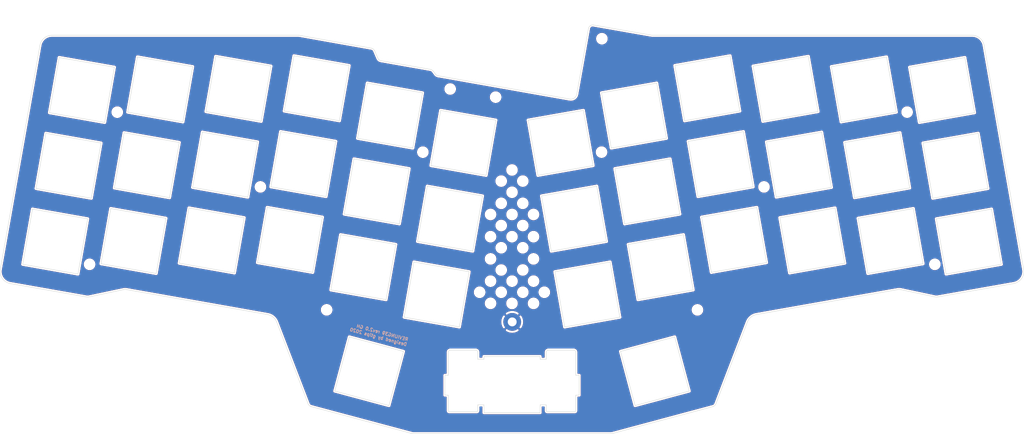
<source format=kicad_pcb>
(kicad_pcb (version 20171130) (host pcbnew "(5.1.6-0-10_14)")
  (title_block (title "REVIUNG39 TOP PLATE") (date 2020-07-14) (rev 2.0))
  (layers (0 F.Cu signal) (31 B.Cu signal) (34 B.Paste user) (35 F.Paste user) (36 B.SilkS user) (37 F.SilkS user) (38 B.Mask user) (39 F.Mask user) (44 Edge.Cuts user))
  (net 0 "")
  (net 1 GND)
  (module _reviung-kbd:HOLE_2.2mm (layer F.Cu) (at 144.75 81.26)
    (fp_text reference Ref**)
    (fp_text value Val**)
    (pad "" np_thru_hole circle (at 0 0) (size 2.2 2.2) (drill 2.2) (layers *.Cu *.Mask))
  )
  (module _reviung-kbd:HOLE_2.2mm (layer F.Cu) (at 142.08 84.01)
    (fp_text reference Ref**)
    (fp_text value Val**)
    (pad "" np_thru_hole circle (at 0 0) (size 2.2 2.2) (drill 2.2) (layers *.Cu *.Mask))
  )
  (module _reviung-kbd:HOLE_2.2mm (layer F.Cu) (at 147.42 84.01)
    (fp_text reference Ref**)
    (fp_text value Val**)
    (pad "" np_thru_hole circle (at 0 0) (size 2.2 2.2) (drill 2.2) (layers *.Cu *.Mask))
  )
  (module _reviung-kbd:HOLE_2.2mm (layer F.Cu) (at 139.44 114.27)
    (fp_text reference Ref**)
    (fp_text value Val**)
    (pad "" np_thru_hole circle (at 0 0) (size 2.2 2.2) (drill 2.2) (layers *.Cu *.Mask))
  )
  (module _reviung-kbd:HOLE_2.2mm (layer F.Cu) (at 144.75 114.28)
    (fp_text reference Ref**)
    (fp_text value Val**)
    (pad "" np_thru_hole circle (at 0 0) (size 2.2 2.2) (drill 2.2) (layers *.Cu *.Mask))
  )
  (module _reviung-kbd:HOLE_2.2mm (layer F.Cu) (at 150.08 114.28)
    (fp_text reference Ref**)
    (fp_text value Val**)
    (pad "" np_thru_hole circle (at 0 0) (size 2.2 2.2) (drill 2.2) (layers *.Cu *.Mask))
  )
  (module _reviung-kbd:HOLE_2.2mm (layer F.Cu) (at 152.75 111.52)
    (fp_text reference Ref**)
    (fp_text value Val**)
    (pad "" np_thru_hole circle (at 0 0) (size 2.2 2.2) (drill 2.2) (layers *.Cu *.Mask))
  )
  (module _reviung-kbd:HOLE_2.2mm (layer F.Cu) (at 147.43 111.52)
    (fp_text reference Ref**)
    (fp_text value Val**)
    (pad "" np_thru_hole circle (at 0 0) (size 2.2 2.2) (drill 2.2) (layers *.Cu *.Mask))
  )
  (module _reviung-kbd:HOLE_2.2mm (layer F.Cu) (at 142.08 111.52)
    (fp_text reference Ref**)
    (fp_text value Val**)
    (pad "" np_thru_hole circle (at 0 0) (size 2.2 2.2) (drill 2.2) (layers *.Cu *.Mask))
  )
  (module _reviung-kbd:HOLE_2.2mm (layer F.Cu) (at 136.74 111.52)
    (fp_text reference Ref**)
    (fp_text value Val**)
    (pad "" np_thru_hole circle (at 0 0) (size 2.2 2.2) (drill 2.2) (layers *.Cu *.Mask))
  )
  (module _reviung-kbd:HOLE_2.2mm (layer F.Cu) (at 150.08 108.77)
    (fp_text reference Ref**)
    (fp_text value Val**)
    (pad "" np_thru_hole circle (at 0 0) (size 2.2 2.2) (drill 2.2) (layers *.Cu *.Mask))
  )
  (module _reviung-kbd:HOLE_2.2mm (layer F.Cu) (at 144.76 108.77)
    (fp_text reference Ref**)
    (fp_text value Val**)
    (pad "" np_thru_hole circle (at 0 0) (size 2.2 2.2) (drill 2.2) (layers *.Cu *.Mask))
  )
  (module _reviung-kbd:HOLE_2.2mm (layer F.Cu) (at 139.44 108.77)
    (fp_text reference Ref**)
    (fp_text value Val**)
    (pad "" np_thru_hole circle (at 0 0) (size 2.2 2.2) (drill 2.2) (layers *.Cu *.Mask))
  )
  (module _reviung-kbd:HOLE_2.2mm (layer F.Cu) (at 147.42 106.01)
    (fp_text reference Ref**)
    (fp_text value Val**)
    (pad "" np_thru_hole circle (at 0 0) (size 2.2 2.2) (drill 2.2) (layers *.Cu *.Mask))
  )
  (module _reviung-kbd:HOLE_2.2mm (layer F.Cu) (at 142.08 106.02)
    (fp_text reference Ref**)
    (fp_text value Val**)
    (pad "" np_thru_hole circle (at 0 0) (size 2.2 2.2) (drill 2.2) (layers *.Cu *.Mask))
  )
  (module _reviung-kbd:HOLE_2.2mm (layer F.Cu) (at 150.07 103.27)
    (fp_text reference Ref**)
    (fp_text value Val**)
    (pad "" np_thru_hole circle (at 0 0) (size 2.2 2.2) (drill 2.2) (layers *.Cu *.Mask))
  )
  (module _reviung-kbd:HOLE_2.2mm (layer F.Cu) (at 139.44 103.27)
    (fp_text reference Ref**)
    (fp_text value Val**)
    (pad "" np_thru_hole circle (at 0 0) (size 2.2 2.2) (drill 2.2) (layers *.Cu *.Mask))
  )
  (module _reviung-kbd:HOLE_2.2mm (layer F.Cu) (at 147.42 100.51)
    (fp_text reference Ref**)
    (fp_text value Val**)
    (pad "" np_thru_hole circle (at 0 0) (size 2.2 2.2) (drill 2.2) (layers *.Cu *.Mask))
  )
  (module _reviung-kbd:HOLE_2.2mm (layer F.Cu) (at 142.09 100.51)
    (fp_text reference Ref**)
    (fp_text value Val**)
    (pad "" np_thru_hole circle (at 0 0) (size 2.2 2.2) (drill 2.2) (layers *.Cu *.Mask))
  )
  (module _reviung-kbd:HOLE_2.2mm (layer F.Cu) (at 150.07 97.77)
    (fp_text reference Ref**)
    (fp_text value Val**)
    (pad "" np_thru_hole circle (at 0 0) (size 2.2 2.2) (drill 2.2) (layers *.Cu *.Mask))
  )
  (module _reviung-kbd:HOLE_2.2mm (layer F.Cu) (at 144.75 97.77)
    (fp_text reference Ref**)
    (fp_text value Val**)
    (pad "" np_thru_hole circle (at 0 0) (size 2.2 2.2) (drill 2.2) (layers *.Cu *.Mask))
  )
  (module _reviung-kbd:HOLE_2.2mm (layer F.Cu) (at 139.44 97.77)
    (fp_text reference Ref**)
    (fp_text value Val**)
    (pad "" np_thru_hole circle (at 0 0) (size 2.2 2.2) (drill 2.2) (layers *.Cu *.Mask))
  )
  (module _reviung-kbd:HOLE_2.2mm (layer F.Cu) (at 147.42 95.01)
    (fp_text reference Ref**)
    (fp_text value Val**)
    (pad "" np_thru_hole circle (at 0 0) (size 2.2 2.2) (drill 2.2) (layers *.Cu *.Mask))
  )
  (module _reviung-kbd:HOLE_2.2mm (layer F.Cu) (at 142.08 95.01)
    (fp_text reference Ref**)
    (fp_text value Val**)
    (pad "" np_thru_hole circle (at 0 0) (size 2.2 2.2) (drill 2.2) (layers *.Cu *.Mask))
  )
  (module _reviung-kbd:HOLE_2.2mm (layer F.Cu) (at 150.07 92.27)
    (fp_text reference Ref**)
    (fp_text value Val**)
    (pad "" np_thru_hole circle (at 0 0) (size 2.2 2.2) (drill 2.2) (layers *.Cu *.Mask))
  )
  (module _reviung-kbd:HOLE_2.2mm (layer F.Cu) (at 144.76 92.27)
    (fp_text reference Ref**)
    (fp_text value Val**)
    (pad "" np_thru_hole circle (at 0 0) (size 2.2 2.2) (drill 2.2) (layers *.Cu *.Mask))
  )
  (module _reviung-kbd:HOLE_2.2mm (layer F.Cu) (at 139.44 92.27)
    (fp_text reference Ref**)
    (fp_text value Val**)
    (pad "" np_thru_hole circle (at 0 0) (size 2.2 2.2) (drill 2.2) (layers *.Cu *.Mask))
  )
  (module _reviung-kbd:HOLE_2.2mm (layer F.Cu) (at 147.42 89.51)
    (fp_text reference Ref**)
    (fp_text value Val**)
    (pad "" np_thru_hole circle (at 0 0) (size 2.2 2.2) (drill 2.2) (layers *.Cu *.Mask))
  )
  (module _reviung-kbd:HOLE_2.2mm (layer F.Cu) (at 142.08 89.51)
    (fp_text reference Ref**)
    (fp_text value Val**)
    (pad "" np_thru_hole circle (at 0 0) (size 2.2 2.2) (drill 2.2) (layers *.Cu *.Mask))
  )
  (module _reviung-kbd:HOLE_2.2mm (layer F.Cu) (at 144.76 86.77)
    (fp_text reference Ref**)
    (fp_text value Val**)
    (pad "" np_thru_hole circle (at 0 0) (size 2.2 2.2) (drill 2.2) (layers *.Cu *.Mask))
  )
  (module _reviung-kbd:HOLE_2.2mm (layer F.Cu) (at 167 48.77)
    (fp_text reference H14 hide)
    (fp_text value H14 hide)
    (pad "" np_thru_hole circle (at 0 0) (size 2.2 2.2) (drill 2.2) (layers *.Cu *.Mask))
  )
  (module _reviung-kbd:HOLE_2.2mm (layer F.Cu) (at 140.7 63.23)
    (fp_text reference H13 hide)
    (fp_text value H13 hide)
    (pad "" np_thru_hole circle (at 0 0) (size 2.2 2.2) (drill 2.2) (layers *.Cu *.Mask))
  )
  (module _reviung-kbd:HOLE_2.2mm (layer F.Cu) (at 129.45 61.22)
    (fp_text reference H12 hide)
    (fp_text value H12 hide)
    (pad "" np_thru_hole circle (at 0 0) (size 2.2 2.2) (drill 2.2) (layers *.Cu *.Mask))
  )
  (module MountingHole:MountingHole_2.2mm_M2 (layer F.Cu) (at 249.4 104.61)
    (fp_text reference H10 hide)
    (fp_text value MountingHole_2.2mm_M2 hide)
    (pad 1 np_thru_hole circle (at 0 0) (size 2.2 2.2) (drill 2.2) (layers *.Cu *.Mask))
  )
  (module MountingHole:MountingHole_2.2mm_M2 (layer F.Cu) (at 242.54 66.94)
    (fp_text reference H9 hide)
    (fp_text value MountingHole_2.2mm_M2 hide)
    (pad 1 np_thru_hole circle (at 0 0) (size 2.2 2.2) (drill 2.2) (layers *.Cu *.Mask))
  )
  (module MountingHole:MountingHole_2.2mm_M2 (layer F.Cu) (at 207.12 85.45)
    (fp_text reference H8 hide)
    (fp_text value MountingHole_2.2mm_M2 hide)
    (pad 1 np_thru_hole circle (at 0 0) (size 2.2 2.2) (drill 2.2) (layers *.Cu *.Mask))
  )
  (module MountingHole:MountingHole_2.2mm_M2 (layer F.Cu) (at 190.65 115.89)
    (fp_text reference H7 hide)
    (fp_text value MountingHole_2.2mm_M2 hide)
    (pad 1 np_thru_hole circle (at 0 0) (size 2.2 2.2) (drill 2.2) (layers *.Cu *.Mask))
  )
  (module MountingHole:MountingHole_2.2mm_M2 (layer F.Cu) (at 166.91 76.84)
    (fp_text reference H6 hide)
    (fp_text value MountingHole_2.2mm_M2 hide)
    (pad 1 np_thru_hole circle (at 0 0) (size 2.2 2.2) (drill 2.2) (layers *.Cu *.Mask))
  )
  (module MountingHole:MountingHole_2.2mm_M2 (layer F.Cu) (at 98.88 115.88)
    (fp_text reference H5 hide)
    (fp_text value MountingHole_2.2mm_M2 hide)
    (pad 1 np_thru_hole circle (at 0 0) (size 2.2 2.2) (drill 2.2) (layers *.Cu *.Mask))
  )
  (module MountingHole:MountingHole_2.2mm_M2 (layer F.Cu) (at 122.69 76.85)
    (fp_text reference H4 hide)
    (fp_text value MountingHole_2.2mm_M2 hide)
    (pad 1 np_thru_hole circle (at 0 0) (size 2.2 2.2) (drill 2.2) (layers *.Cu *.Mask))
  )
  (module MountingHole:MountingHole_2.2mm_M2 (layer F.Cu) (at 82.48 85.45)
    (fp_text reference H3 hide)
    (fp_text value MountingHole_2.2mm_M2 hide)
    (pad 1 np_thru_hole circle (at 0 0) (size 2.2 2.2) (drill 2.2) (layers *.Cu *.Mask))
  )
  (module MountingHole:MountingHole_2.2mm_M2 (layer F.Cu) (at 40.2 104.61)
    (fp_text reference H2 hide)
    (fp_text value MountingHole_2.2mm_M2 hide)
    (pad 1 np_thru_hole circle (at 0 0) (size 2.2 2.2) (drill 2.2) (layers *.Cu *.Mask))
  )
  (module MountingHole:MountingHole_2.2mm_M2 (layer F.Cu) (at 47.05 66.95)
    (fp_text reference H11 hide)
    (fp_text value MountingHole_2.2mm_M2 hide)
    (pad 1 np_thru_hole circle (at 0 0) (size 2.2 2.2) (drill 2.2) (layers *.Cu *.Mask))
  )
  (module MountingHole:MountingHole_2.2mm_M2_Pad (layer F.Cu) (at 144.8 118.86)
    (fp_text reference H1 hide)
    (fp_text value MountingHole_Pad hide)
    (pad 1 thru_hole circle (at 0 0) (size 4.4 4.4) (drill 2.2) (layers *.Cu *.Mask) (net 1 GND))
  )
  (gr_curve (pts (xy 160.541699 126.338736) (xy 160.541699 126.338736) (xy 160.541699 132.094113) (xy 160.541699 132.094113)) (layer Edge.Cuts) (width 0.1))
  (gr_curve (pts (xy 160.041686 125.838724) (xy 160.317832 125.838724) (xy 160.541699 126.06259) (xy 160.541699 126.338736)) (layer Edge.Cuts) (width 0.1))
  (gr_curve (pts (xy 153.726309 125.838724) (xy 153.726309 125.838724) (xy 160.041686 125.838724) (xy 160.041686 125.838724)) (layer Edge.Cuts) (width 0.1))
  (gr_curve (pts (xy 153.226318 126.338736) (xy 153.226318 126.06259) (xy 153.450185 125.838724) (xy 153.726309 125.838724)) (layer Edge.Cuts) (width 0.1))
  (gr_curve (pts (xy 153.226318 128.123597) (xy 153.226318 128.123597) (xy 153.226318 126.338736) (xy 153.226318 126.338736)) (layer Edge.Cuts) (width 0.1))
  (gr_curve (pts (xy 151.712931 128.123597) (xy 151.712931 128.123597) (xy 153.226318 128.123597) (xy 153.226318 128.123597)) (layer Edge.Cuts) (width 0.1))
  (gr_curve (pts (xy 151.712931 127.425492) (xy 151.712931 127.425492) (xy 151.712931 128.123597) (xy 151.712931 128.123597)) (layer Edge.Cuts) (width 0.1))
  (gr_curve (pts (xy 137.803487 127.425492) (xy 137.803487 127.425492) (xy 151.712931 127.425492) (xy 151.712931 127.425492)) (layer Edge.Cuts) (width 0.1))
  (gr_curve (pts (xy 137.803487 128.123597) (xy 137.803487 128.123597) (xy 137.803487 127.425492) (xy 137.803487 127.425492)) (layer Edge.Cuts) (width 0.1))
  (gr_curve (pts (xy 136.290121 128.123597) (xy 136.290121 128.123597) (xy 137.803487 128.123597) (xy 137.803487 128.123597)) (layer Edge.Cuts) (width 0.1))
  (gr_curve (pts (xy 136.290121 126.338736) (xy 136.290121 126.338736) (xy 136.290121 128.123597) (xy 136.290121 128.123597)) (layer Edge.Cuts) (width 0.1))
  (gr_curve (pts (xy 135.79013 125.838724) (xy 136.066254 125.838724) (xy 136.290121 126.06259) (xy 136.290121 126.338736)) (layer Edge.Cuts) (width 0.1))
  (gr_curve (pts (xy 164.861409 45.388885) (xy 164.318723 45.293847) (xy 163.801398 45.655659) (xy 163.704498 46.198016)) (layer Edge.Cuts) (width 0.1))
  (gr_curve (pts (xy 179.373153 47.930242) (xy 179.373153 47.930242) (xy 164.861409 45.388885) (xy 164.861409 45.388885)) (layer Edge.Cuts) (width 0.1))
  (gr_curve (pts (xy 125.813177 57.565815) (xy 125.813177 57.565815) (xy 125.240988 56.786832) (xy 125.240988 56.786832)) (layer Edge.Cuts) (width 0.1))
  (gr_curve (pts (xy 126.444976 57.958543) (xy 126.191708 57.913753) (xy 125.965436 57.773102) (xy 125.813177 57.565815)) (layer Edge.Cuts) (width 0.1))
  (gr_curve (pts (xy 159.051998 63.72499) (xy 159.051998 63.72499) (xy 126.444976 57.958543) (xy 126.444976 57.958543)) (layer Edge.Cuts) (width 0.1))
  (gr_curve (pts (xy 161.377048 136.984189) (xy 161.377048 136.984189) (xy 160.541699 136.984189) (xy 160.541699 136.984189)) (layer Edge.Cuts) (width 0.1))
  (gr_line (start 131.740248 120.122621) (end 118.05142 117.708901) (layer Edge.Cuts) (width 0.1))
  (gr_line (start 134.153968 106.433793) (end 131.740248 120.122621) (layer Edge.Cuts) (width 0.1))
  (gr_line (start 120.46514 104.020073) (end 134.153968 106.433793) (layer Edge.Cuts) (width 0.1))
  (gr_line (start 118.05142 117.708901) (end 120.46514 104.020073) (layer Edge.Cuts) (width 0.1))
  (gr_line (start 119.309138 80.918382) (end 116.895439 94.607211) (layer Edge.Cuts) (width 0.1))
  (gr_line (start 48.73078 72.027495) (end 62.419609 74.441215) (layer Edge.Cuts) (width 0.1))
  (gr_line (start 46.31706 85.716323) (end 48.73078 72.027495) (layer Edge.Cuts) (width 0.1))
  (gr_line (start 59.111606 93.201805) (end 56.697908 106.890634) (layer Edge.Cuts) (width 0.1))
  (gr_line (start 45.422778 90.788085) (end 59.111606 93.201805) (layer Edge.Cuts) (width 0.1))
  (gr_line (start 205.34678 90.511423) (end 207.760479 104.200251) (layer Edge.Cuts) (width 0.1))
  (gr_line (start 191.657952 92.925143) (end 205.34678 90.511423) (layer Edge.Cuts) (width 0.1))
  (gr_line (start 194.07165 106.613971) (end 191.657952 92.925143) (layer Edge.Cuts) (width 0.1))
  (gr_line (start 188.62566 135.985856) (end 175.199305 139.58344) (layer Edge.Cuts) (width 0.1))
  (gr_line (start 226.191998 69.36941) (end 223.778299 55.680581) (layer Edge.Cuts) (width 0.1))
  (gr_line (start 239.880826 66.955711) (end 226.191998 69.36941) (layer Edge.Cuts) (width 0.1))
  (gr_line (start 237.467128 53.266883) (end 239.880826 66.955711) (layer Edge.Cuts) (width 0.1))
  (gr_line (start 243.146648 55.819419) (end 256.835476 53.40572) (layer Edge.Cuts) (width 0.1))
  (gr_line (start 245.560368 69.508247) (end 243.146648 55.819419) (layer Edge.Cuts) (width 0.1))
  (gr_line (start 259.249196 67.094549) (end 245.560368 69.508247) (layer Edge.Cuts) (width 0.1))
  (gr_line (start 256.835476 53.40572) (end 259.249196 67.094549) (layer Edge.Cuts) (width 0.1))
  (gr_line (start 260.143479 72.166311) (end 262.557177 85.855139) (layer Edge.Cuts) (width 0.1))
  (gr_line (start 246.45465 74.580009) (end 260.143479 72.166311) (layer Edge.Cuts) (width 0.1))
  (gr_line (start 248.868348 88.268838) (end 246.45465 74.580009) (layer Edge.Cuts) (width 0.1))
  (gr_line (start 262.557177 85.855139) (end 248.868348 88.268838) (layer Edge.Cuts) (width 0.1))
  (gr_curve (pts (xy 268.934261 109.353452) (xy 270.56618 109.06596) (xy 271.655952 107.50984) (xy 271.36819 105.877969)) (layer Edge.Cuts) (width 0.1))
  (gr_curve (pts (xy 30.883384 47.930119) (xy 29.428065 47.930116) (xy 28.182642 48.974619) (xy 27.929215 50.407703)) (layer Edge.Cuts) (width 0.1))
  (gr_curve (pts (xy 91.99311 47.930242) (xy 91.99311 47.930242) (xy 30.883384 47.930119) (xy 30.883384 47.930119)) (layer Edge.Cuts) (width 0.1))
  (gr_curve (pts (xy 109.979888 51.133537) (xy 109.979888 51.133537) (xy 91.99311 47.930242) (xy 91.99311 47.930242)) (layer Edge.Cuts) (width 0.1))
  (gr_line (start 207.717932 74.302335) (end 221.40676 71.888636) (layer Edge.Cuts) (width 0.1))
  (gr_line (start 210.13163 87.991163) (end 207.717932 74.302335) (layer Edge.Cuts) (width 0.1))
  (gr_line (start 223.820459 85.577465) (end 210.13163 87.991163) (layer Edge.Cuts) (width 0.1))
  (gr_line (start 223.778299 55.680581) (end 237.467128 53.266883) (layer Edge.Cuts) (width 0.1))
  (gr_curve (pts (xy 129.465172 125.838724) (xy 129.465172 125.838724) (xy 135.79013 125.838724) (xy 135.79013 125.838724)) (layer Edge.Cuts) (width 0.1))
  (gr_curve (pts (xy 128.965181 126.338736) (xy 128.965181 126.06259) (xy 129.189026 125.838724) (xy 129.465172 125.838724)) (layer Edge.Cuts) (width 0.1))
  (gr_curve (pts (xy 128.965181 132.094113) (xy 128.965181 132.094113) (xy 128.965181 126.338736) (xy 128.965181 126.338736)) (layer Edge.Cuts) (width 0.1))
  (gr_curve (pts (xy 240.96582 110.865117) (xy 240.96582 110.865117) (xy 249.382935 112.650346) (xy 249.382935 112.650346)) (layer Edge.Cuts) (width 0.1))
  (gr_curve (pts (xy 240.199443 110.852712) (xy 240.453313 110.807399) (xy 240.71355 110.811612) (xy 240.96582 110.865117)) (layer Edge.Cuts) (width 0.1))
  (gr_curve (pts (xy 205.259785 117.027) (xy 205.259785 117.027) (xy 240.199443 110.852712) (xy 240.199443 110.852712)) (layer Edge.Cuts) (width 0.1))
  (gr_curve (pts (xy 202.981466 118.905155) (xy 203.358932 117.92284) (xy 204.223499 117.210125) (xy 205.259785 117.027)) (layer Edge.Cuts) (width 0.1))
  (gr_curve (pts (xy 125.240988 56.786832) (xy 125.08867 56.579465) (xy 124.862284 56.438789) (xy 124.608905 56.394055)) (layer Edge.Cuts) (width 0.1))
  (gr_line (start 43.009079 104.476914) (end 45.422778 90.788085) (layer Edge.Cuts) (width 0.1))
  (gr_line (start 56.697908 106.890634) (end 43.009079 104.476914) (layer Edge.Cuts) (width 0.1))
  (gr_line (start 37.329538 107.02945) (end 23.640709 104.615751) (layer Edge.Cuts) (width 0.1))
  (gr_line (start 39.743258 93.340621) (end 37.329538 107.02945) (layer Edge.Cuts) (width 0.1))
  (gr_line (start 26.054429 90.926923) (end 39.743258 93.340621) (layer Edge.Cuts) (width 0.1))
  (gr_curve (pts (xy 128.12981 132.094113) (xy 128.12981 132.094113) (xy 128.965181 132.094113) (xy 128.965181 132.094113)) (layer Edge.Cuts) (width 0.1))
  (gr_curve (pts (xy 128.12981 136.984189) (xy 128.12981 136.984189) (xy 128.12981 132.094113) (xy 128.12981 132.094113)) (layer Edge.Cuts) (width 0.1))
  (gr_curve (pts (xy 128.965181 136.984189) (xy 128.965181 136.984189) (xy 128.12981 136.984189) (xy 128.12981 136.984189)) (layer Edge.Cuts) (width 0.1))
  (gr_curve (pts (xy 128.965181 140.853569) (xy 128.965181 140.853569) (xy 128.965181 136.984189) (xy 128.965181 136.984189)) (layer Edge.Cuts) (width 0.1))
  (gr_curve (pts (xy 18.120108 105.876344) (xy 17.831423 107.508808) (xy 18.921529 109.065964) (xy 20.554224 109.353341)) (layer Edge.Cuts) (width 0.1))
  (gr_curve (pts (xy 27.929215 50.407703) (xy 27.929215 50.407703) (xy 18.120108 105.876344) (xy 18.120108 105.876344)) (layer Edge.Cuts) (width 0.1))
  (gr_line (start 124.667424 80.187742) (end 127.081122 66.498913) (layer Edge.Cuts) (width 0.1))
  (gr_line (start 138.356253 82.60144) (end 124.667424 80.187742) (layer Edge.Cuts) (width 0.1))
  (gr_line (start 140.769951 68.912612) (end 138.356253 82.60144) (layer Edge.Cuts) (width 0.1))
  (gr_line (start 127.081122 66.498913) (end 140.769951 68.912612) (layer Edge.Cuts) (width 0.1))
  (gr_line (start 148.735938 68.912547) (end 162.424766 66.498849) (layer Edge.Cuts) (width 0.1))
  (gr_line (start 151.149658 82.601376) (end 148.735938 68.912547) (layer Edge.Cuts) (width 0.1))
  (gr_line (start 68.099128 71.888679) (end 81.787957 74.302378) (layer Edge.Cuts) (width 0.1))
  (gr_line (start 65.68543 85.577508) (end 68.099128 71.888679) (layer Edge.Cuts) (width 0.1))
  (gr_line (start 79.374258 87.991206) (end 65.68543 85.577508) (layer Edge.Cuts) (width 0.1))
  (gr_line (start 81.787957 74.302378) (end 79.374258 87.991206) (layer Edge.Cuts) (width 0.1))
  (gr_curve (pts (xy 258.632473 47.930242) (xy 258.632473 47.930242) (xy 179.373153 47.930242) (xy 179.373153 47.930242)) (layer Edge.Cuts) (width 0.1))
  (gr_line (start 32.670412 53.405742) (end 46.359241 55.819462) (layer Edge.Cuts) (width 0.1))
  (gr_line (start 49.625062 66.955755) (end 52.038782 53.266926) (layer Edge.Cuts) (width 0.1))
  (gr_line (start 63.313891 69.369453) (end 49.625062 66.955755) (layer Edge.Cuts) (width 0.1))
  (gr_line (start 65.727611 55.680624) (end 63.313891 69.369453) (layer Edge.Cuts) (width 0.1))
  (gr_line (start 52.038782 53.266926) (end 65.727611 55.680624) (layer Edge.Cuts) (width 0.1))
  (gr_line (start 180.577599 59.744028) (end 182.991297 73.432857) (layer Edge.Cuts) (width 0.1))
  (gr_line (start 166.88877 62.157749) (end 180.577599 59.744028) (layer Edge.Cuts) (width 0.1))
  (gr_line (start 169.302469 75.846577) (end 166.88877 62.157749) (layer Edge.Cuts) (width 0.1))
  (gr_line (start 29.362432 72.166332) (end 43.05126 74.580052) (layer Edge.Cuts) (width 0.1))
  (gr_line (start 30.256714 67.09457) (end 32.670412 53.405742) (layer Edge.Cuts) (width 0.1))
  (gr_line (start 43.945542 69.50829) (end 30.256714 67.09457) (layer Edge.Cuts) (width 0.1))
  (gr_line (start 46.359241 55.819462) (end 43.945542 69.50829) (layer Edge.Cuts) (width 0.1))
  (gr_line (start 68.993432 66.816917) (end 71.407131 53.128089) (layer Edge.Cuts) (width 0.1))
  (gr_line (start 82.682261 69.230616) (end 68.993432 66.816917) (layer Edge.Cuts) (width 0.1))
  (gr_line (start 85.095959 55.541787) (end 82.682261 69.230616) (layer Edge.Cuts) (width 0.1))
  (gr_line (start 71.407131 53.128089) (end 85.095959 55.541787) (layer Edge.Cuts) (width 0.1))
  (gr_line (start 87.465108 71.748765) (end 101.153937 74.162464) (layer Edge.Cuts) (width 0.1))
  (gr_line (start 85.051388 85.437594) (end 87.465108 71.748765) (layer Edge.Cuts) (width 0.1))
  (gr_line (start 98.740217 87.851292) (end 85.051388 85.437594) (layer Edge.Cuts) (width 0.1))
  (gr_line (start 101.153937 74.162464) (end 98.740217 87.851292) (layer Edge.Cuts) (width 0.1))
  (gr_line (start 99.898609 110.954081) (end 102.312307 97.265252) (layer Edge.Cuts) (width 0.1))
  (gr_line (start 113.587437 113.367801) (end 99.898609 110.954081) (layer Edge.Cuts) (width 0.1))
  (gr_line (start 227.128461 104.338055) (end 213.439632 106.751753) (layer Edge.Cuts) (width 0.1))
  (gr_line (start 224.714762 90.649226) (end 227.128461 104.338055) (layer Edge.Cuts) (width 0.1))
  (gr_line (start 211.025934 93.062925) (end 224.714762 90.649226) (layer Edge.Cuts) (width 0.1))
  (gr_line (start 213.439632 106.751753) (end 211.025934 93.062925) (layer Edge.Cuts) (width 0.1))
  (gr_line (start 207.760479 104.200251) (end 194.07165 106.613971) (layer Edge.Cuts) (width 0.1))
  (gr_curve (pts (xy 94.998175 139.799736) (xy 94.998175 139.799736) (xy 120.1845 146.531051) (xy 120.1845 146.531051)) (layer Edge.Cuts) (width 0.1))
  (gr_curve (pts (xy 94.324154 139.195538) (xy 94.439598 139.492915) (xy 94.689992 139.717371) (xy 94.998175 139.799736)) (layer Edge.Cuts) (width 0.1))
  (gr_curve (pts (xy 86.532095 118.905466) (xy 86.532095 118.905466) (xy 94.324154 139.195538) (xy 94.324154 139.195538)) (layer Edge.Cuts) (width 0.1))
  (gr_curve (pts (xy 84.253844 117.026805) (xy 85.290221 117.210048) (xy 86.154785 117.922973) (xy 86.532095 118.905466)) (layer Edge.Cuts) (width 0.1))
  (gr_curve (pts (xy 49.347896 110.855034) (xy 49.347896 110.855034) (xy 84.253844 117.026805) (xy 84.253844 117.026805)) (layer Edge.Cuts) (width 0.1))
  (gr_line (start 106.514591 73.4329) (end 108.928311 59.744093) (layer Edge.Cuts) (width 0.1))
  (gr_line (start 120.20342 75.84662) (end 106.514591 73.4329) (layer Edge.Cuts) (width 0.1))
  (gr_line (start 122.61714 62.157792) (end 120.20342 75.84662) (layer Edge.Cuts) (width 0.1))
  (gr_line (start 108.928311 59.744093) (end 122.61714 62.157792) (layer Edge.Cuts) (width 0.1))
  (gr_line (start 123.77312 85.259504) (end 137.461949 87.673202) (layer Edge.Cuts) (width 0.1))
  (gr_line (start 121.359422 98.948332) (end 123.77312 85.259504) (layer Edge.Cuts) (width 0.1))
  (gr_line (start 135.04825 101.362031) (end 121.359422 98.948332) (layer Edge.Cuts) (width 0.1))
  (gr_line (start 137.461949 87.673202) (end 135.04825 101.362031) (layer Edge.Cuts) (width 0.1))
  (gr_curve (pts (xy 160.789833 62.511728) (xy 160.644312 63.326226) (xy 159.866751 63.869077) (xy 159.051998 63.72499)) (layer Edge.Cuts) (width 0.1))
  (gr_curve (pts (xy 163.704498 46.198016) (xy 163.704498 46.198016) (xy 160.789833 62.511728) (xy 160.789833 62.511728)) (layer Edge.Cuts) (width 0.1))
  (gr_curve (pts (xy 129.215165 141.103576) (xy 129.077103 141.103576) (xy 128.965181 140.991632) (xy 128.965181 140.853569)) (layer Edge.Cuts) (width 0.1))
  (gr_curve (pts (xy 136.040115 141.103576) (xy 136.040115 141.103576) (xy 129.215165 141.103576) (xy 129.215165 141.103576)) (layer Edge.Cuts) (width 0.1))
  (gr_curve (pts (xy 136.290121 140.853569) (xy 136.290121 140.991632) (xy 136.178199 141.103576) (xy 136.040115 141.103576)) (layer Edge.Cuts) (width 0.1))
  (gr_curve (pts (xy 250.144887 112.663537) (xy 250.144887 112.663537) (xy 268.934261 109.353452) (xy 268.934261 109.353452)) (layer Edge.Cuts) (width 0.1))
  (gr_curve (pts (xy 249.382935 112.650346) (xy 249.633726 112.703538) (xy 249.892405 112.708016) (xy 250.144887 112.663537)) (layer Edge.Cuts) (width 0.1))
  (gr_curve (pts (xy 48.582802 110.866782) (xy 48.8347 110.813662) (xy 49.094486 110.809673) (xy 49.347896 110.855034)) (layer Edge.Cuts) (width 0.1))
  (gr_curve (pts (xy 40.121716 112.651068) (xy 40.121716 112.651068) (xy 48.582802 110.866782) (xy 48.582802 110.866782)) (layer Edge.Cuts) (width 0.1))
  (gr_curve (pts (xy 39.362332 112.66383) (xy 39.613951 112.708118) (xy 39.871727 112.703786) (xy 40.121716 112.651068)) (layer Edge.Cuts) (width 0.1))
  (gr_curve (pts (xy 20.554224 109.353341) (xy 20.554224 109.353341) (xy 39.362332 112.66383) (xy 39.362332 112.66383)) (layer Edge.Cuts) (width 0.1))
  (gr_line (start 164.838486 80.187677) (end 151.149658 82.601376) (layer Edge.Cuts) (width 0.1))
  (gr_line (start 162.424766 66.498849) (end 164.838486 80.187677) (layer Edge.Cuts) (width 0.1))
  (gr_line (start 152.04394 87.673138) (end 165.732768 85.259439) (layer Edge.Cuts) (width 0.1))
  (gr_line (start 154.457638 101.361966) (end 152.04394 87.673138) (layer Edge.Cuts) (width 0.1))
  (gr_line (start 168.146467 98.948268) (end 154.457638 101.361966) (layer Edge.Cuts) (width 0.1))
  (gr_line (start 165.732768 85.259439) (end 168.146467 98.948268) (layer Edge.Cuts) (width 0.1))
  (gr_line (start 23.640709 104.615751) (end 26.054429 90.926923) (layer Edge.Cuts) (width 0.1))
  (gr_line (start 26.948712 85.855161) (end 29.362432 72.166332) (layer Edge.Cuts) (width 0.1))
  (gr_line (start 40.63754 88.268881) (end 26.948712 85.855161) (layer Edge.Cuts) (width 0.1))
  (gr_line (start 43.05126 74.580052) (end 40.63754 88.268881) (layer Edge.Cuts) (width 0.1))
  (gr_line (start 116.001136 99.678972) (end 113.587437 113.367801) (layer Edge.Cuts) (width 0.1))
  (gr_line (start 102.312307 97.265252) (end 116.001136 99.678972) (layer Edge.Cuts) (width 0.1))
  (gr_line (start 88.35939 66.677003) (end 90.773089 52.988175) (layer Edge.Cuts) (width 0.1))
  (gr_line (start 102.048219 69.090723) (end 88.35939 66.677003) (layer Edge.Cuts) (width 0.1))
  (gr_line (start 104.461917 55.401895) (end 102.048219 69.090723) (layer Edge.Cuts) (width 0.1))
  (gr_line (start 90.773089 52.988175) (end 104.461917 55.401895) (layer Edge.Cuts) (width 0.1))
  (gr_curve (pts (xy 271.36819 105.877969) (xy 271.36819 105.877969) (xy 261.586891 50.409263) (xy 261.586891 50.409263)) (layer Edge.Cuts) (width 0.1))
  (gr_curve (pts (xy 110.722435 51.721187) (xy 110.589228 51.413099) (xy 110.310341 51.192388) (xy 109.979888 51.133537)) (layer Edge.Cuts) (width 0.1))
  (gr_curve (pts (xy 111.548465 53.631684) (xy 111.548465 53.631684) (xy 110.722435 51.721187) (xy 110.722435 51.721187)) (layer Edge.Cuts) (width 0.1))
  (gr_curve (pts (xy 112.292484 54.219595) (xy 111.961422 54.161146) (xy 111.681882 53.940259) (xy 111.548465 53.631684)) (layer Edge.Cuts) (width 0.1))
  (gr_curve (pts (xy 124.608905 56.394055) (xy 124.608905 56.394055) (xy 112.292484 54.219595) (xy 112.292484 54.219595)) (layer Edge.Cuts) (width 0.1))
  (gr_line (start 105.620309 78.504662) (end 119.309138 80.918382) (layer Edge.Cuts) (width 0.1))
  (gr_line (start 103.206611 92.193491) (end 105.620309 78.504662) (layer Edge.Cuts) (width 0.1))
  (gr_line (start 116.895439 94.607211) (end 103.206611 92.193491) (layer Edge.Cuts) (width 0.1))
  (gr_line (start 117.900405 126.15567) (end 114.302821 139.582047) (layer Edge.Cuts) (width 0.1))
  (gr_line (start 104.474028 122.558086) (end 117.900405 126.15567) (layer Edge.Cuts) (width 0.1))
  (gr_line (start 100.876444 135.984463) (end 104.474028 122.558086) (layer Edge.Cuts) (width 0.1))
  (gr_line (start 114.302821 139.582047) (end 100.876444 135.984463) (layer Edge.Cuts) (width 0.1))
  (gr_line (start 95.432215 106.611883) (end 81.743386 104.198184) (layer Edge.Cuts) (width 0.1))
  (gr_line (start 97.845935 92.923054) (end 95.432215 106.611883) (layer Edge.Cuts) (width 0.1))
  (gr_line (start 84.157106 90.509356) (end 97.845935 92.923054) (layer Edge.Cuts) (width 0.1))
  (gr_line (start 81.743386 104.198184) (end 84.157106 90.509356) (layer Edge.Cuts) (width 0.1))
  (gr_line (start 76.066256 106.751797) (end 62.377428 104.338098) (layer Edge.Cuts) (width 0.1))
  (gr_line (start 78.479976 93.062968) (end 76.066256 106.751797) (layer Edge.Cuts) (width 0.1))
  (gr_line (start 64.791148 90.64927) (end 78.479976 93.062968) (layer Edge.Cuts) (width 0.1))
  (gr_line (start 62.377428 104.338098) (end 64.791148 90.64927) (layer Edge.Cuts) (width 0.1))
  (gr_line (start 60.005889 88.130043) (end 46.31706 85.716323) (layer Edge.Cuts) (width 0.1))
  (gr_line (start 62.419609 74.441215) (end 60.005889 88.130043) (layer Edge.Cuts) (width 0.1))
  (gr_curve (pts (xy 136.290121 139.394464) (xy 136.290121 139.394464) (xy 136.290121 140.853569) (xy 136.290121 140.853569)) (layer Edge.Cuts) (width 0.1))
  (gr_curve (pts (xy 137.80493 139.394464) (xy 137.80493 139.394464) (xy 136.290121 139.394464) (xy 136.290121 139.394464)) (layer Edge.Cuts) (width 0.1))
  (gr_curve (pts (xy 137.80493 141.33093) (xy 137.80493 141.33093) (xy 137.80493 139.394464) (xy 137.80493 139.394464)) (layer Edge.Cuts) (width 0.1))
  (gr_curve (pts (xy 151.711488 141.33093) (xy 151.711488 141.33093) (xy 137.80493 141.33093) (xy 137.80493 141.33093)) (layer Edge.Cuts) (width 0.1))
  (gr_curve (pts (xy 151.711488 139.394464) (xy 151.711488 139.394464) (xy 151.711488 141.33093) (xy 151.711488 141.33093)) (layer Edge.Cuts) (width 0.1))
  (gr_curve (pts (xy 153.226318 139.394464) (xy 153.226318 139.394464) (xy 151.711488 139.394464) (xy 151.711488 139.394464)) (layer Edge.Cuts) (width 0.1))
  (gr_curve (pts (xy 153.226318 140.853569) (xy 153.226318 140.853569) (xy 153.226318 139.394464) (xy 153.226318 139.394464)) (layer Edge.Cuts) (width 0.1))
  (gr_curve (pts (xy 153.476324 141.103576) (xy 153.338241 141.103576) (xy 153.226318 140.991632) (xy 153.226318 140.853569)) (layer Edge.Cuts) (width 0.1))
  (gr_curve (pts (xy 160.291692 141.103576) (xy 160.291692 141.103576) (xy 153.476324 141.103576) (xy 153.476324 141.103576)) (layer Edge.Cuts) (width 0.1))
  (gr_curve (pts (xy 160.541699 140.853569) (xy 160.541699 140.991632) (xy 160.429754 141.103576) (xy 160.291692 141.103576)) (layer Edge.Cuts) (width 0.1))
  (gr_curve (pts (xy 160.541699 136.984189) (xy 160.541699 136.984189) (xy 160.541699 140.853569) (xy 160.541699 140.853569)) (layer Edge.Cuts) (width 0.1))
  (gr_curve (pts (xy 195.184797 139.195196) (xy 195.184797 139.195196) (xy 202.981466 118.905155) (xy 202.981466 118.905155)) (layer Edge.Cuts) (width 0.1))
  (gr_curve (pts (xy 194.510928 139.800012) (xy 194.819187 139.717477) (xy 195.069545 139.492775) (xy 195.184797 139.195196)) (layer Edge.Cuts) (width 0.1))
  (gr_curve (pts (xy 169.371178 146.531051) (xy 169.371178 146.531051) (xy 194.510928 139.800012) (xy 194.510928 139.800012)) (layer Edge.Cuts) (width 0.1))
  (gr_curve (pts (xy 120.1845 146.531051) (xy 120.1845 146.531051) (xy 169.371178 146.531051) (xy 169.371178 146.531051)) (layer Edge.Cuts) (width 0.1))
  (gr_line (start 182.991297 73.432857) (end 169.302469 75.846577) (layer Edge.Cuts) (width 0.1))
  (gr_line (start 185.041969 55.403962) (end 198.730797 52.990263) (layer Edge.Cuts) (width 0.1))
  (gr_line (start 187.455667 69.09279) (end 185.041969 55.403962) (layer Edge.Cuts) (width 0.1))
  (gr_line (start 201.144496 66.679092) (end 187.455667 69.09279) (layer Edge.Cuts) (width 0.1))
  (gr_line (start 198.730797 52.990263) (end 201.144496 66.679092) (layer Edge.Cuts) (width 0.1))
  (gr_line (start 187.193582 97.265209) (end 189.60728 110.954038) (layer Edge.Cuts) (width 0.1))
  (gr_line (start 173.504753 99.678908) (end 187.193582 97.265209) (layer Edge.Cuts) (width 0.1))
  (gr_line (start 175.918452 113.367736) (end 173.504753 99.678908) (layer Edge.Cuts) (width 0.1))
  (gr_line (start 189.60728 110.954038) (end 175.918452 113.367736) (layer Edge.Cuts) (width 0.1))
  (gr_line (start 202.038778 71.750832) (end 204.452498 85.439661) (layer Edge.Cuts) (width 0.1))
  (gr_line (start 188.349949 74.164552) (end 202.038778 71.750832) (layer Edge.Cuts) (width 0.1))
  (gr_line (start 190.763669 87.853381) (end 188.349949 74.164552) (layer Edge.Cuts) (width 0.1))
  (gr_line (start 204.452498 85.439661) (end 190.763669 87.853381) (layer Edge.Cuts) (width 0.1))
  (gr_line (start 204.409951 55.541766) (end 218.09878 53.128046) (layer Edge.Cuts) (width 0.1))
  (gr_line (start 206.82365 69.230594) (end 204.409951 55.541766) (layer Edge.Cuts) (width 0.1))
  (gr_line (start 220.512478 66.816874) (end 206.82365 69.230594) (layer Edge.Cuts) (width 0.1))
  (gr_line (start 218.09878 53.128046) (end 220.512478 66.816874) (layer Edge.Cuts) (width 0.1))
  (gr_line (start 221.40676 71.888636) (end 223.820459 85.577465) (layer Edge.Cuts) (width 0.1))
  (gr_line (start 185.028097 122.559479) (end 188.62566 135.985856) (layer Edge.Cuts) (width 0.1))
  (gr_line (start 171.601721 126.157063) (end 185.028097 122.559479) (layer Edge.Cuts) (width 0.1))
  (gr_line (start 175.199305 139.58344) (end 171.601721 126.157063) (layer Edge.Cuts) (width 0.1))
  (gr_line (start 172.610449 94.607146) (end 170.196751 80.918317) (layer Edge.Cuts) (width 0.1))
  (gr_line (start 186.299278 92.193447) (end 172.610449 94.607146) (layer Edge.Cuts) (width 0.1))
  (gr_line (start 183.885579 78.504619) (end 186.299278 92.193447) (layer Edge.Cuts) (width 0.1))
  (gr_line (start 170.196751 80.918317) (end 183.885579 78.504619) (layer Edge.Cuts) (width 0.1))
  (gr_line (start 171.454448 117.708858) (end 157.765619 120.122557) (layer Edge.Cuts) (width 0.1))
  (gr_line (start 169.040749 104.02003) (end 171.454448 117.708858) (layer Edge.Cuts) (width 0.1))
  (gr_line (start 155.351921 106.433728) (end 169.040749 104.02003) (layer Edge.Cuts) (width 0.1))
  (gr_line (start 157.765619 120.122557) (end 155.351921 106.433728) (layer Edge.Cuts) (width 0.1))
  (gr_curve (pts (xy 161.377048 132.094113) (xy 161.377048 132.094113) (xy 161.377048 136.984189) (xy 161.377048 136.984189)) (layer Edge.Cuts) (width 0.1))
  (gr_curve (pts (xy 160.541699 132.094113) (xy 160.541699 132.094113) (xy 161.377048 132.094113) (xy 161.377048 132.094113)) (layer Edge.Cuts) (width 0.1))
  (gr_line (start 243.188829 85.716302) (end 229.5 88.13) (layer Edge.Cuts) (width 0.1))
  (gr_line (start 240.775109 72.027473) (end 243.188829 85.716302) (layer Edge.Cuts) (width 0.1))
  (gr_line (start 227.08628 74.441172) (end 240.775109 72.027473) (layer Edge.Cuts) (width 0.1))
  (gr_curve (pts (xy 261.586891 50.409263) (xy 261.334065 48.975516) (xy 260.088341 47.930242) (xy 258.632473 47.930242)) (layer Edge.Cuts) (width 0.1))
  (gr_line (start 265.865179 104.61573) (end 252.176351 107.029428) (layer Edge.Cuts) (width 0.1))
  (gr_line (start 263.451459 90.926901) (end 265.865179 104.61573) (layer Edge.Cuts) (width 0.1))
  (gr_line (start 249.762631 93.3406) (end 263.451459 90.926901) (layer Edge.Cuts) (width 0.1))
  (gr_line (start 252.176351 107.029428) (end 249.762631 93.3406) (layer Edge.Cuts) (width 0.1))
  (gr_line (start 246.496809 104.476892) (end 232.807981 106.890591) (layer Edge.Cuts) (width 0.1))
  (gr_line (start 244.083111 90.788064) (end 246.496809 104.476892) (layer Edge.Cuts) (width 0.1))
  (gr_line (start 230.394282 93.201762) (end 244.083111 90.788064) (layer Edge.Cuts) (width 0.1))
  (gr_line (start 232.807981 106.890591) (end 230.394282 93.201762) (layer Edge.Cuts) (width 0.1))
  (gr_line (start 229.5 88.13) (end 227.08628 74.441172) (layer Edge.Cuts) (width 0.1))
  (gr_text "REVIUNG39 rev2.0 GH\nDesigned by gtips 2020" (at 118.94 123.89 -15) (layer B.SilkS) (effects (font (size 0.8 0.8)) (justify left mirror)))
  (zone (net 1) (net_name GND) (layer F.Cu) (connect_pads (clearance 0.35)) (min_thickness 0.254) (fill yes (arc_segments 32) (thermal_gap 0.508) (thermal_bridge_width 0.508))
    (polygon (pts (xy 179.3 48.1) (xy 258.7 48.1) (xy 260.1 48.5) (xy 261.1 49.5) (xy 261.5 50.7) (xy 271.3 106.4) (xy 270.9 107.8) (xy 270.1 108.7) (xy 269 109.2) (xy 250.1 112.5) (xy 249.5 112.5) (xy 249 112.4) (xy 241 110.7) (xy 240.5 110.6) (xy 239.5 110.8) (xy 204.9 116.9) (xy 204 117.3) (xy 203.2 118) (xy 202.8 118.8) (xy 195.2 138.8) (xy 195 139.2) (xy 194.7 139.5) (xy 194.3 139.7) (xy 169.4 146.3) (xy 120.2 146.3) (xy 95.1 139.6) (xy 94.6 139.3) (xy 94.3 138.7) (xy 86.5 118.3) (xy 85.8 117.5) (xy 85.2 117.1) (xy 84.5 116.9) (xy 49.5 110.7) (xy 49 110.6) (xy 48.6 110.7) (xy 40.3 112.4) (xy 39.8 112.5) (xy 38.8 112.4) (xy 20.3 109.1) (xy 19.4 108.7) (xy 18.6 107.7) (xy 18.3 106.7) (xy 18.3 105.8) (xy 28.2 50) (xy 28.8 49) (xy 29.9 48.3) (xy 30.7 48.1) (xy 92 48.1) (xy 110 51.3) (xy 110.5 51.7) (xy 111.5 53.9) (xy 111.8 54.2) (xy 112.3 54.4) (xy 124.3 56.5) (xy 124.9 56.7) (xy 125.6 57.6) (xy 126 58) (xy 126.3 58.1) (xy 159.1 63.9) (xy 159.9 63.9) (xy 160.7 63.3) (xy 161 62.6) (xy 163.9 46.2) (xy 164.1 45.8) (xy 164.7 45.5)))
  )
  (zone (net 1) (net_name GND) (layer B.Cu) (connect_pads (clearance 0.35)) (min_thickness 0.254) (fill yes (arc_segments 32) (thermal_gap 0.508) (thermal_bridge_width 0.508))
    (polygon (pts (xy 179.3 48.1) (xy 258.7 48.1) (xy 260.1 48.5) (xy 261.1 49.5) (xy 261.5 50.7) (xy 271.3 106.4) (xy 270.9 107.8) (xy 270.1 108.7) (xy 269 109.2) (xy 250.1 112.5) (xy 249.4 112.5) (xy 240.5 110.6) (xy 205 116.9) (xy 204 117.3) (xy 203.2 118) (xy 195 139.2) (xy 194.7 139.5) (xy 194.3 139.7) (xy 169.4 146.3) (xy 120.1 146.3) (xy 95.1 139.6) (xy 94.6 139.3) (xy 86.5 118.3) (xy 85.8 117.5) (xy 85.2 117.1) (xy 84.5 116.9) (xy 49 110.6) (xy 39.8 112.5) (xy 38.8 112.4) (xy 20.3 109.1) (xy 19.4 108.7) (xy 18.6 107.7) (xy 18.3 106.7) (xy 18.3 105.8) (xy 28.2 50) (xy 28.8 49) (xy 29.9 48.3) (xy 30.7 48.1) (xy 92 48.1) (xy 110 51.3) (xy 110.5 51.7) (xy 111.5 53.9) (xy 111.8 54.2) (xy 112.3 54.4) (xy 124.3 56.5) (xy 124.9 56.7) (xy 125.6 57.6) (xy 126 58) (xy 126.3 58.1) (xy 159.1 63.9) (xy 159.9 63.9) (xy 160.7 63.3) (xy 161 62.5) (xy 163.9 46.2) (xy 164.1 45.8) (xy 164.7 45.5)))
  )
)
</source>
